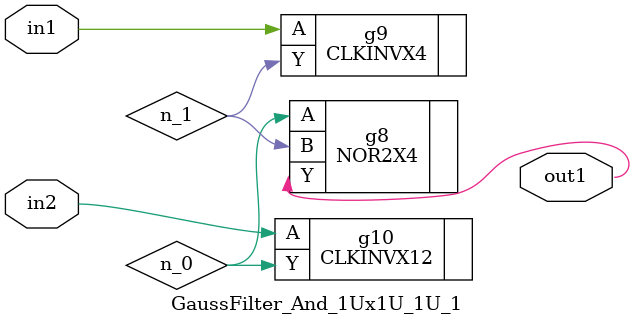
<source format=v>
`timescale 1ps / 1ps


module GaussFilter_And_1Ux1U_1U_1(in2, in1, out1);
  input in2, in1;
  output out1;
  wire in2, in1;
  wire out1;
  wire n_0, n_1;
  NOR2X4 g8(.A (n_0), .B (n_1), .Y (out1));
  CLKINVX4 g9(.A (in1), .Y (n_1));
  CLKINVX12 g10(.A (in2), .Y (n_0));
endmodule



</source>
